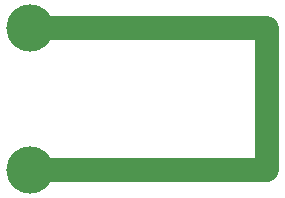
<source format=gtl>
%MOMM*%
%FSLAX21Y21*%
%LPD*%
%ADD10C,2*%
%ADD11C,4*%
D10*
X060Y060D02*
X260Y060D01*
X260Y180D01*
X060Y180D01*
D11*
X060Y060D03*
X060Y180D03*
M02*

</source>
